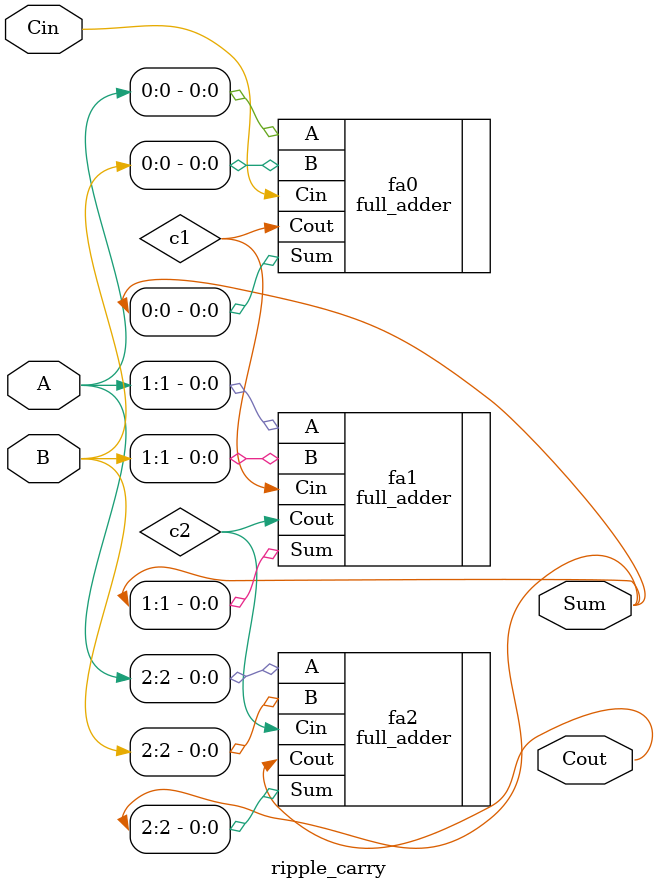
<source format=sv>
module ripple_carry(
    input  logic [2:0] A,
    input  logic [2:0] B,
    input  logic Cin,
    output logic [2:0] Sum,
    output logic Cout
);

    logic c1, c2;
    full_adder fa0(
        .A(A[0]),
        .B(B[0]),
        .Cin(Cin),
        .Sum(Sum[0]),
        .Cout(c1)
    );
    full_adder fa1(
        .A(A[1]),
        .B(B[1]),
        .Cin(c1),
        .Sum(Sum[1]),
        .Cout(c2)
    );
    full_adder fa2(
        .A(A[2]),
        .B(B[2]),
        .Cin(c2),
        .Sum(Sum[2]),
        .Cout(Cout)
    );

endmodule

</source>
